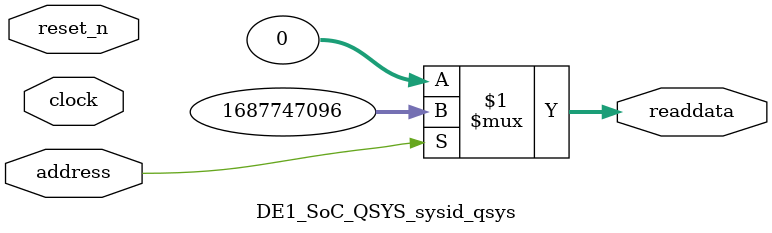
<source format=v>



// synthesis translate_off
`timescale 1ns / 1ps
// synthesis translate_on

// turn off superfluous verilog processor warnings 
// altera message_level Level1 
// altera message_off 10034 10035 10036 10037 10230 10240 10030 

module DE1_SoC_QSYS_sysid_qsys (
               // inputs:
                address,
                clock,
                reset_n,

               // outputs:
                readdata
             )
;

  output  [ 31: 0] readdata;
  input            address;
  input            clock;
  input            reset_n;

  wire    [ 31: 0] readdata;
  //control_slave, which is an e_avalon_slave
  assign readdata = address ? 1687747096 : 0;

endmodule



</source>
